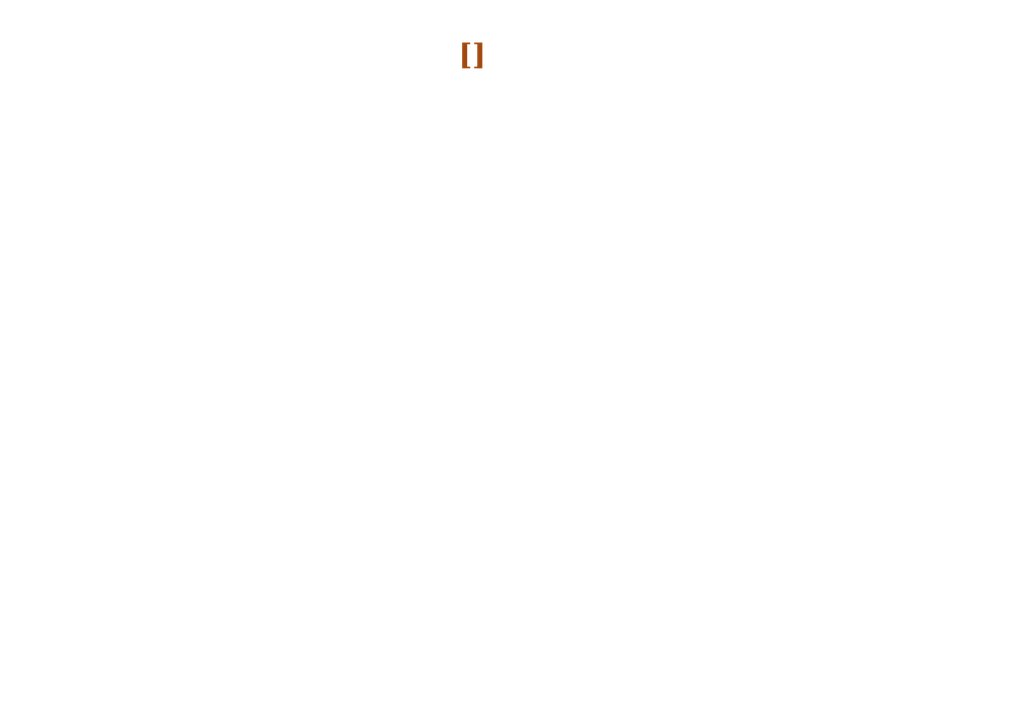
<source format=kicad_sch>
(kicad_sch
	(version 20231120)
	(generator "eeschema")
	(generator_version "8.0")
	(uuid "b7ce2658-0c16-417c-9e64-5f86ab89a607")
	(paper "A4")
	(title_block
		(title "Cell_Sentinel")
		(date "2024-11-05")
		(rev "1.0.0")
	)
	(lib_symbols)
	(text "[${#}] ${SHEETNAME}"
		(exclude_from_sim no)
		(at 138.43 18.034 0)
		(effects
			(font
				(face "Times New Roman")
				(size 6 6)
				(thickness 1.6)
				(bold yes)
				(color 159 72 15 1)
			)
		)
		(uuid "1687d661-19cd-41ba-808c-b4b98ee35eae")
	)
)

</source>
